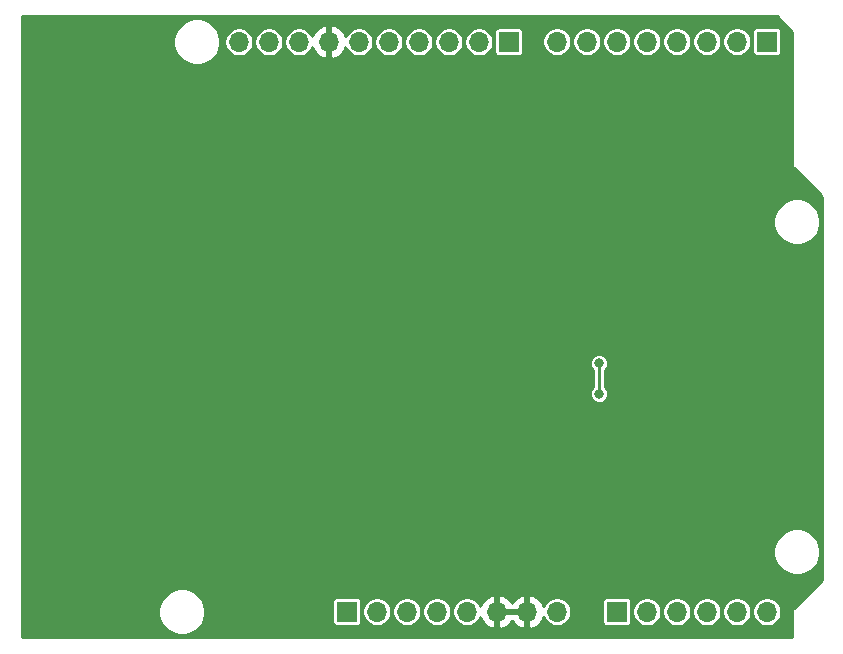
<source format=gbr>
%TF.GenerationSoftware,KiCad,Pcbnew,5.1.6-c6e7f7d~87~ubuntu19.10.1*%
%TF.CreationDate,2020-08-28T21:10:44+02:00*%
%TF.ProjectId,zephyr-ci-shield,7a657068-7972-42d6-9369-2d736869656c,1*%
%TF.SameCoordinates,Original*%
%TF.FileFunction,Copper,L2,Bot*%
%TF.FilePolarity,Positive*%
%FSLAX46Y46*%
G04 Gerber Fmt 4.6, Leading zero omitted, Abs format (unit mm)*
G04 Created by KiCad (PCBNEW 5.1.6-c6e7f7d~87~ubuntu19.10.1) date 2020-08-28 21:10:44*
%MOMM*%
%LPD*%
G01*
G04 APERTURE LIST*
%TA.AperFunction,ComponentPad*%
%ADD10O,1.700000X1.700000*%
%TD*%
%TA.AperFunction,ComponentPad*%
%ADD11R,1.700000X1.700000*%
%TD*%
%TA.AperFunction,ViaPad*%
%ADD12C,0.800000*%
%TD*%
%TA.AperFunction,Conductor*%
%ADD13C,0.250000*%
%TD*%
%TA.AperFunction,Conductor*%
%ADD14C,0.254000*%
%TD*%
G04 APERTURE END LIST*
D10*
%TO.P,J4,10*%
%TO.N,/SCL*%
X118700000Y-73030000D03*
%TO.P,J4,9*%
%TO.N,/SDA*%
X121240000Y-73030000D03*
%TO.P,J4,8*%
%TO.N,N/C*%
X123780000Y-73030000D03*
%TO.P,J4,7*%
%TO.N,GND*%
X126320000Y-73030000D03*
%TO.P,J4,6*%
%TO.N,/SCK*%
X128860000Y-73030000D03*
%TO.P,J4,5*%
%TO.N,/MISO*%
X131400000Y-73030000D03*
%TO.P,J4,4*%
%TO.N,/MOSI*%
X133940000Y-73030000D03*
%TO.P,J4,3*%
%TO.N,/NCS*%
X136480000Y-73030000D03*
%TO.P,J4,2*%
%TO.N,Net-(J4-Pad2)*%
X139020000Y-73030000D03*
D11*
%TO.P,J4,1*%
%TO.N,Net-(J4-Pad1)*%
X141560000Y-73030000D03*
%TD*%
D10*
%TO.P,J3,6*%
%TO.N,Net-(J3-Pad6)*%
X163400000Y-121280000D03*
%TO.P,J3,5*%
%TO.N,Net-(J3-Pad5)*%
X160860000Y-121280000D03*
%TO.P,J3,4*%
%TO.N,Net-(J3-Pad4)*%
X158320000Y-121280000D03*
%TO.P,J3,3*%
%TO.N,Net-(J3-Pad3)*%
X155780000Y-121280000D03*
%TO.P,J3,2*%
%TO.N,Net-(J3-Pad2)*%
X153240000Y-121280000D03*
D11*
%TO.P,J3,1*%
%TO.N,Net-(J3-Pad1)*%
X150700000Y-121280000D03*
%TD*%
D10*
%TO.P,J2,8*%
%TO.N,N/C*%
X145620000Y-121270000D03*
%TO.P,J2,7*%
%TO.N,GND*%
X143080000Y-121270000D03*
%TO.P,J2,6*%
X140540000Y-121270000D03*
%TO.P,J2,5*%
%TO.N,N/C*%
X138000000Y-121270000D03*
%TO.P,J2,4*%
%TO.N,+3V3*%
X135460000Y-121270000D03*
%TO.P,J2,3*%
%TO.N,Net-(J2-Pad3)*%
X132920000Y-121270000D03*
%TO.P,J2,2*%
%TO.N,N/C*%
X130380000Y-121270000D03*
D11*
%TO.P,J2,1*%
X127840000Y-121270000D03*
%TD*%
D10*
%TO.P,J5,8*%
%TO.N,Net-(J5-Pad8)*%
X145620000Y-73010000D03*
%TO.P,J5,7*%
%TO.N,Net-(J5-Pad7)*%
X148160000Y-73010000D03*
%TO.P,J5,6*%
%TO.N,Net-(J5-Pad6)*%
X150700000Y-73010000D03*
%TO.P,J5,5*%
%TO.N,Net-(J5-Pad5)*%
X153240000Y-73010000D03*
%TO.P,J5,4*%
%TO.N,Net-(J5-Pad4)*%
X155780000Y-73010000D03*
%TO.P,J5,3*%
%TO.N,Net-(J5-Pad3)*%
X158320000Y-73010000D03*
%TO.P,J5,2*%
%TO.N,N/C*%
X160860000Y-73010000D03*
D11*
%TO.P,J5,1*%
X163400000Y-73010000D03*
%TD*%
D12*
%TO.N,GND*%
X123890000Y-102900000D03*
X123900000Y-108330000D03*
X121350000Y-96170000D03*
X122180000Y-89970000D03*
X147140000Y-104690000D03*
X152610000Y-102430000D03*
X101874999Y-72062500D03*
X101874999Y-79062500D03*
X101874999Y-86062500D03*
X101874999Y-93062500D03*
X101874999Y-100062500D03*
X101874999Y-107062500D03*
X101874999Y-114062500D03*
X101874999Y-121062500D03*
X105874999Y-75062500D03*
X105874999Y-82062500D03*
X105874999Y-89062500D03*
X105874999Y-96062500D03*
X105874999Y-103062500D03*
X105874999Y-110062500D03*
X105874999Y-117062500D03*
X107874999Y-122062500D03*
X109874999Y-72062500D03*
X109874999Y-79062500D03*
X109874999Y-86062500D03*
X109874999Y-93062500D03*
X109874999Y-100062500D03*
X109874999Y-107062500D03*
X109874999Y-114062500D03*
X111874999Y-119062500D03*
X113874999Y-76062500D03*
X113874999Y-83062500D03*
X113874999Y-90062500D03*
X113874999Y-97062500D03*
X113874999Y-104062500D03*
X113874999Y-111062500D03*
X115874999Y-116062500D03*
X116874999Y-122062500D03*
X117874999Y-79062500D03*
X117874999Y-86062500D03*
X119874999Y-96062500D03*
X119874999Y-107062500D03*
X120874999Y-118062500D03*
X121874999Y-101062500D03*
X122874999Y-75062500D03*
X122874999Y-82062500D03*
X124874999Y-87062500D03*
X125874999Y-93062500D03*
X125874999Y-115062500D03*
X125874999Y-122062500D03*
X126874999Y-78062500D03*
X127874999Y-98062500D03*
X127874999Y-105062500D03*
X128874999Y-111062500D03*
X129874999Y-82062500D03*
X129874999Y-89062500D03*
X129874999Y-118062500D03*
X131874999Y-94062500D03*
X131874999Y-101062500D03*
X132874999Y-75062500D03*
X132874999Y-107062500D03*
X133874999Y-115062500D03*
X135874999Y-97062500D03*
X136874999Y-103062500D03*
X136874999Y-110062500D03*
X136874999Y-119062500D03*
X137874999Y-77062500D03*
X138874999Y-83062500D03*
X139874999Y-114062500D03*
X140874999Y-99062500D03*
X140874999Y-106062500D03*
X141874999Y-87062500D03*
X142874999Y-75062500D03*
X142874999Y-118062500D03*
X143874999Y-81062500D03*
X143874999Y-110062500D03*
X144874999Y-102062500D03*
X145874999Y-90062500D03*
X146874999Y-114062500D03*
X147874999Y-84062500D03*
X147874999Y-120062500D03*
X148874999Y-94062500D03*
X148874999Y-108062500D03*
X149874999Y-75062500D03*
X150874999Y-88062500D03*
X151874999Y-116062500D03*
X152874999Y-82062500D03*
X152874999Y-97062500D03*
X153874999Y-110062500D03*
X154874999Y-77062500D03*
X154874999Y-91062500D03*
X154874999Y-102062500D03*
X156874999Y-85062500D03*
X156874999Y-118062500D03*
X157874999Y-95062500D03*
X159874999Y-75062500D03*
X159874999Y-89062500D03*
X159874999Y-100062500D03*
X160874999Y-81062500D03*
X160874999Y-110062500D03*
X161874999Y-116062500D03*
X162874999Y-93062500D03*
X162874999Y-104062500D03*
X163874999Y-85062500D03*
X164874999Y-77062500D03*
X164874999Y-98062500D03*
X165874999Y-108062500D03*
X165874999Y-119062500D03*
%TO.N,/MISO*%
X149210000Y-102820000D03*
X149200000Y-100250000D03*
%TD*%
D13*
%TO.N,/MISO*%
X149210000Y-102820000D02*
X149210000Y-100260000D01*
X149210000Y-100260000D02*
X149200000Y-100250000D01*
%TD*%
D14*
%TO.N,GND*%
G36*
X165534001Y-72168171D02*
G01*
X165534000Y-83330059D01*
X165534000Y-83409630D01*
X165532038Y-83429123D01*
X165534000Y-83449494D01*
X165534000Y-83449940D01*
X165535938Y-83469621D01*
X165539705Y-83508729D01*
X165539832Y-83509150D01*
X165539875Y-83509589D01*
X165551396Y-83547571D01*
X165562756Y-83585310D01*
X165562962Y-83585697D01*
X165563090Y-83586120D01*
X165581833Y-83621186D01*
X165600304Y-83655922D01*
X165600581Y-83656261D01*
X165600790Y-83656652D01*
X165625990Y-83687358D01*
X165638228Y-83702336D01*
X165638535Y-83702644D01*
X165651526Y-83718474D01*
X165666681Y-83730911D01*
X167958545Y-86032655D01*
X167958815Y-86032984D01*
X167972216Y-86046385D01*
X167986367Y-86060597D01*
X167986714Y-86060883D01*
X168074001Y-86148170D01*
X168074000Y-118571829D01*
X165667023Y-120978808D01*
X165651526Y-120991526D01*
X165600790Y-121053347D01*
X165563090Y-121123879D01*
X165539875Y-121200410D01*
X165534000Y-121260059D01*
X165534000Y-121260067D01*
X165532037Y-121280000D01*
X165534000Y-121299933D01*
X165534000Y-121309940D01*
X165534001Y-121309950D01*
X165534000Y-123414000D01*
X100306000Y-123414000D01*
X100306000Y-121084889D01*
X111889000Y-121084889D01*
X111889000Y-121475111D01*
X111965129Y-121857836D01*
X112114461Y-122218355D01*
X112331257Y-122542814D01*
X112607186Y-122818743D01*
X112931645Y-123035539D01*
X113292164Y-123184871D01*
X113674889Y-123261000D01*
X114065111Y-123261000D01*
X114447836Y-123184871D01*
X114808355Y-123035539D01*
X115132814Y-122818743D01*
X115408743Y-122542814D01*
X115625539Y-122218355D01*
X115774871Y-121857836D01*
X115851000Y-121475111D01*
X115851000Y-121084889D01*
X115774871Y-120702164D01*
X115657995Y-120420000D01*
X126607157Y-120420000D01*
X126607157Y-122120000D01*
X126614513Y-122194689D01*
X126636299Y-122266508D01*
X126671678Y-122332696D01*
X126719289Y-122390711D01*
X126777304Y-122438322D01*
X126843492Y-122473701D01*
X126915311Y-122495487D01*
X126990000Y-122502843D01*
X128690000Y-122502843D01*
X128764689Y-122495487D01*
X128836508Y-122473701D01*
X128902696Y-122438322D01*
X128960711Y-122390711D01*
X129008322Y-122332696D01*
X129043701Y-122266508D01*
X129065487Y-122194689D01*
X129072843Y-122120000D01*
X129072843Y-121148757D01*
X129149000Y-121148757D01*
X129149000Y-121391243D01*
X129196307Y-121629069D01*
X129289102Y-121853097D01*
X129423820Y-122054717D01*
X129595283Y-122226180D01*
X129796903Y-122360898D01*
X130020931Y-122453693D01*
X130258757Y-122501000D01*
X130501243Y-122501000D01*
X130739069Y-122453693D01*
X130963097Y-122360898D01*
X131164717Y-122226180D01*
X131336180Y-122054717D01*
X131470898Y-121853097D01*
X131563693Y-121629069D01*
X131611000Y-121391243D01*
X131611000Y-121148757D01*
X131689000Y-121148757D01*
X131689000Y-121391243D01*
X131736307Y-121629069D01*
X131829102Y-121853097D01*
X131963820Y-122054717D01*
X132135283Y-122226180D01*
X132336903Y-122360898D01*
X132560931Y-122453693D01*
X132798757Y-122501000D01*
X133041243Y-122501000D01*
X133279069Y-122453693D01*
X133503097Y-122360898D01*
X133704717Y-122226180D01*
X133876180Y-122054717D01*
X134010898Y-121853097D01*
X134103693Y-121629069D01*
X134151000Y-121391243D01*
X134151000Y-121148757D01*
X134229000Y-121148757D01*
X134229000Y-121391243D01*
X134276307Y-121629069D01*
X134369102Y-121853097D01*
X134503820Y-122054717D01*
X134675283Y-122226180D01*
X134876903Y-122360898D01*
X135100931Y-122453693D01*
X135338757Y-122501000D01*
X135581243Y-122501000D01*
X135819069Y-122453693D01*
X136043097Y-122360898D01*
X136244717Y-122226180D01*
X136416180Y-122054717D01*
X136550898Y-121853097D01*
X136643693Y-121629069D01*
X136691000Y-121391243D01*
X136691000Y-121148757D01*
X136769000Y-121148757D01*
X136769000Y-121391243D01*
X136816307Y-121629069D01*
X136909102Y-121853097D01*
X137043820Y-122054717D01*
X137215283Y-122226180D01*
X137416903Y-122360898D01*
X137640931Y-122453693D01*
X137878757Y-122501000D01*
X138121243Y-122501000D01*
X138359069Y-122453693D01*
X138583097Y-122360898D01*
X138784717Y-122226180D01*
X138956180Y-122054717D01*
X139090898Y-121853097D01*
X139138228Y-121738832D01*
X139195843Y-121901252D01*
X139344822Y-122151355D01*
X139539731Y-122367588D01*
X139773080Y-122541641D01*
X140035901Y-122666825D01*
X140183110Y-122711476D01*
X140413000Y-122590155D01*
X140413000Y-121397000D01*
X140667000Y-121397000D01*
X140667000Y-122590155D01*
X140896890Y-122711476D01*
X141044099Y-122666825D01*
X141306920Y-122541641D01*
X141540269Y-122367588D01*
X141735178Y-122151355D01*
X141810000Y-122025745D01*
X141884822Y-122151355D01*
X142079731Y-122367588D01*
X142313080Y-122541641D01*
X142575901Y-122666825D01*
X142723110Y-122711476D01*
X142953000Y-122590155D01*
X142953000Y-121397000D01*
X140667000Y-121397000D01*
X140413000Y-121397000D01*
X140393000Y-121397000D01*
X140393000Y-121143000D01*
X140413000Y-121143000D01*
X140413000Y-119949845D01*
X140667000Y-119949845D01*
X140667000Y-121143000D01*
X142953000Y-121143000D01*
X142953000Y-119949845D01*
X143207000Y-119949845D01*
X143207000Y-121143000D01*
X143227000Y-121143000D01*
X143227000Y-121397000D01*
X143207000Y-121397000D01*
X143207000Y-122590155D01*
X143436890Y-122711476D01*
X143584099Y-122666825D01*
X143846920Y-122541641D01*
X144080269Y-122367588D01*
X144275178Y-122151355D01*
X144424157Y-121901252D01*
X144481772Y-121738832D01*
X144529102Y-121853097D01*
X144663820Y-122054717D01*
X144835283Y-122226180D01*
X145036903Y-122360898D01*
X145260931Y-122453693D01*
X145498757Y-122501000D01*
X145741243Y-122501000D01*
X145979069Y-122453693D01*
X146203097Y-122360898D01*
X146404717Y-122226180D01*
X146576180Y-122054717D01*
X146710898Y-121853097D01*
X146803693Y-121629069D01*
X146851000Y-121391243D01*
X146851000Y-121148757D01*
X146803693Y-120910931D01*
X146710898Y-120686903D01*
X146576180Y-120485283D01*
X146520897Y-120430000D01*
X149467157Y-120430000D01*
X149467157Y-122130000D01*
X149474513Y-122204689D01*
X149496299Y-122276508D01*
X149531678Y-122342696D01*
X149579289Y-122400711D01*
X149637304Y-122448322D01*
X149703492Y-122483701D01*
X149775311Y-122505487D01*
X149850000Y-122512843D01*
X151550000Y-122512843D01*
X151624689Y-122505487D01*
X151696508Y-122483701D01*
X151762696Y-122448322D01*
X151820711Y-122400711D01*
X151868322Y-122342696D01*
X151903701Y-122276508D01*
X151925487Y-122204689D01*
X151932843Y-122130000D01*
X151932843Y-121158757D01*
X152009000Y-121158757D01*
X152009000Y-121401243D01*
X152056307Y-121639069D01*
X152149102Y-121863097D01*
X152283820Y-122064717D01*
X152455283Y-122236180D01*
X152656903Y-122370898D01*
X152880931Y-122463693D01*
X153118757Y-122511000D01*
X153361243Y-122511000D01*
X153599069Y-122463693D01*
X153823097Y-122370898D01*
X154024717Y-122236180D01*
X154196180Y-122064717D01*
X154330898Y-121863097D01*
X154423693Y-121639069D01*
X154471000Y-121401243D01*
X154471000Y-121158757D01*
X154549000Y-121158757D01*
X154549000Y-121401243D01*
X154596307Y-121639069D01*
X154689102Y-121863097D01*
X154823820Y-122064717D01*
X154995283Y-122236180D01*
X155196903Y-122370898D01*
X155420931Y-122463693D01*
X155658757Y-122511000D01*
X155901243Y-122511000D01*
X156139069Y-122463693D01*
X156363097Y-122370898D01*
X156564717Y-122236180D01*
X156736180Y-122064717D01*
X156870898Y-121863097D01*
X156963693Y-121639069D01*
X157011000Y-121401243D01*
X157011000Y-121158757D01*
X157089000Y-121158757D01*
X157089000Y-121401243D01*
X157136307Y-121639069D01*
X157229102Y-121863097D01*
X157363820Y-122064717D01*
X157535283Y-122236180D01*
X157736903Y-122370898D01*
X157960931Y-122463693D01*
X158198757Y-122511000D01*
X158441243Y-122511000D01*
X158679069Y-122463693D01*
X158903097Y-122370898D01*
X159104717Y-122236180D01*
X159276180Y-122064717D01*
X159410898Y-121863097D01*
X159503693Y-121639069D01*
X159551000Y-121401243D01*
X159551000Y-121158757D01*
X159629000Y-121158757D01*
X159629000Y-121401243D01*
X159676307Y-121639069D01*
X159769102Y-121863097D01*
X159903820Y-122064717D01*
X160075283Y-122236180D01*
X160276903Y-122370898D01*
X160500931Y-122463693D01*
X160738757Y-122511000D01*
X160981243Y-122511000D01*
X161219069Y-122463693D01*
X161443097Y-122370898D01*
X161644717Y-122236180D01*
X161816180Y-122064717D01*
X161950898Y-121863097D01*
X162043693Y-121639069D01*
X162091000Y-121401243D01*
X162091000Y-121158757D01*
X162169000Y-121158757D01*
X162169000Y-121401243D01*
X162216307Y-121639069D01*
X162309102Y-121863097D01*
X162443820Y-122064717D01*
X162615283Y-122236180D01*
X162816903Y-122370898D01*
X163040931Y-122463693D01*
X163278757Y-122511000D01*
X163521243Y-122511000D01*
X163759069Y-122463693D01*
X163983097Y-122370898D01*
X164184717Y-122236180D01*
X164356180Y-122064717D01*
X164490898Y-121863097D01*
X164583693Y-121639069D01*
X164631000Y-121401243D01*
X164631000Y-121158757D01*
X164583693Y-120920931D01*
X164490898Y-120696903D01*
X164356180Y-120495283D01*
X164184717Y-120323820D01*
X163983097Y-120189102D01*
X163759069Y-120096307D01*
X163521243Y-120049000D01*
X163278757Y-120049000D01*
X163040931Y-120096307D01*
X162816903Y-120189102D01*
X162615283Y-120323820D01*
X162443820Y-120495283D01*
X162309102Y-120696903D01*
X162216307Y-120920931D01*
X162169000Y-121158757D01*
X162091000Y-121158757D01*
X162043693Y-120920931D01*
X161950898Y-120696903D01*
X161816180Y-120495283D01*
X161644717Y-120323820D01*
X161443097Y-120189102D01*
X161219069Y-120096307D01*
X160981243Y-120049000D01*
X160738757Y-120049000D01*
X160500931Y-120096307D01*
X160276903Y-120189102D01*
X160075283Y-120323820D01*
X159903820Y-120495283D01*
X159769102Y-120696903D01*
X159676307Y-120920931D01*
X159629000Y-121158757D01*
X159551000Y-121158757D01*
X159503693Y-120920931D01*
X159410898Y-120696903D01*
X159276180Y-120495283D01*
X159104717Y-120323820D01*
X158903097Y-120189102D01*
X158679069Y-120096307D01*
X158441243Y-120049000D01*
X158198757Y-120049000D01*
X157960931Y-120096307D01*
X157736903Y-120189102D01*
X157535283Y-120323820D01*
X157363820Y-120495283D01*
X157229102Y-120696903D01*
X157136307Y-120920931D01*
X157089000Y-121158757D01*
X157011000Y-121158757D01*
X156963693Y-120920931D01*
X156870898Y-120696903D01*
X156736180Y-120495283D01*
X156564717Y-120323820D01*
X156363097Y-120189102D01*
X156139069Y-120096307D01*
X155901243Y-120049000D01*
X155658757Y-120049000D01*
X155420931Y-120096307D01*
X155196903Y-120189102D01*
X154995283Y-120323820D01*
X154823820Y-120495283D01*
X154689102Y-120696903D01*
X154596307Y-120920931D01*
X154549000Y-121158757D01*
X154471000Y-121158757D01*
X154423693Y-120920931D01*
X154330898Y-120696903D01*
X154196180Y-120495283D01*
X154024717Y-120323820D01*
X153823097Y-120189102D01*
X153599069Y-120096307D01*
X153361243Y-120049000D01*
X153118757Y-120049000D01*
X152880931Y-120096307D01*
X152656903Y-120189102D01*
X152455283Y-120323820D01*
X152283820Y-120495283D01*
X152149102Y-120696903D01*
X152056307Y-120920931D01*
X152009000Y-121158757D01*
X151932843Y-121158757D01*
X151932843Y-120430000D01*
X151925487Y-120355311D01*
X151903701Y-120283492D01*
X151868322Y-120217304D01*
X151820711Y-120159289D01*
X151762696Y-120111678D01*
X151696508Y-120076299D01*
X151624689Y-120054513D01*
X151550000Y-120047157D01*
X149850000Y-120047157D01*
X149775311Y-120054513D01*
X149703492Y-120076299D01*
X149637304Y-120111678D01*
X149579289Y-120159289D01*
X149531678Y-120217304D01*
X149496299Y-120283492D01*
X149474513Y-120355311D01*
X149467157Y-120430000D01*
X146520897Y-120430000D01*
X146404717Y-120313820D01*
X146203097Y-120179102D01*
X145979069Y-120086307D01*
X145741243Y-120039000D01*
X145498757Y-120039000D01*
X145260931Y-120086307D01*
X145036903Y-120179102D01*
X144835283Y-120313820D01*
X144663820Y-120485283D01*
X144529102Y-120686903D01*
X144481772Y-120801168D01*
X144424157Y-120638748D01*
X144275178Y-120388645D01*
X144080269Y-120172412D01*
X143846920Y-119998359D01*
X143584099Y-119873175D01*
X143436890Y-119828524D01*
X143207000Y-119949845D01*
X142953000Y-119949845D01*
X142723110Y-119828524D01*
X142575901Y-119873175D01*
X142313080Y-119998359D01*
X142079731Y-120172412D01*
X141884822Y-120388645D01*
X141810000Y-120514255D01*
X141735178Y-120388645D01*
X141540269Y-120172412D01*
X141306920Y-119998359D01*
X141044099Y-119873175D01*
X140896890Y-119828524D01*
X140667000Y-119949845D01*
X140413000Y-119949845D01*
X140183110Y-119828524D01*
X140035901Y-119873175D01*
X139773080Y-119998359D01*
X139539731Y-120172412D01*
X139344822Y-120388645D01*
X139195843Y-120638748D01*
X139138228Y-120801168D01*
X139090898Y-120686903D01*
X138956180Y-120485283D01*
X138784717Y-120313820D01*
X138583097Y-120179102D01*
X138359069Y-120086307D01*
X138121243Y-120039000D01*
X137878757Y-120039000D01*
X137640931Y-120086307D01*
X137416903Y-120179102D01*
X137215283Y-120313820D01*
X137043820Y-120485283D01*
X136909102Y-120686903D01*
X136816307Y-120910931D01*
X136769000Y-121148757D01*
X136691000Y-121148757D01*
X136643693Y-120910931D01*
X136550898Y-120686903D01*
X136416180Y-120485283D01*
X136244717Y-120313820D01*
X136043097Y-120179102D01*
X135819069Y-120086307D01*
X135581243Y-120039000D01*
X135338757Y-120039000D01*
X135100931Y-120086307D01*
X134876903Y-120179102D01*
X134675283Y-120313820D01*
X134503820Y-120485283D01*
X134369102Y-120686903D01*
X134276307Y-120910931D01*
X134229000Y-121148757D01*
X134151000Y-121148757D01*
X134103693Y-120910931D01*
X134010898Y-120686903D01*
X133876180Y-120485283D01*
X133704717Y-120313820D01*
X133503097Y-120179102D01*
X133279069Y-120086307D01*
X133041243Y-120039000D01*
X132798757Y-120039000D01*
X132560931Y-120086307D01*
X132336903Y-120179102D01*
X132135283Y-120313820D01*
X131963820Y-120485283D01*
X131829102Y-120686903D01*
X131736307Y-120910931D01*
X131689000Y-121148757D01*
X131611000Y-121148757D01*
X131563693Y-120910931D01*
X131470898Y-120686903D01*
X131336180Y-120485283D01*
X131164717Y-120313820D01*
X130963097Y-120179102D01*
X130739069Y-120086307D01*
X130501243Y-120039000D01*
X130258757Y-120039000D01*
X130020931Y-120086307D01*
X129796903Y-120179102D01*
X129595283Y-120313820D01*
X129423820Y-120485283D01*
X129289102Y-120686903D01*
X129196307Y-120910931D01*
X129149000Y-121148757D01*
X129072843Y-121148757D01*
X129072843Y-120420000D01*
X129065487Y-120345311D01*
X129043701Y-120273492D01*
X129008322Y-120207304D01*
X128960711Y-120149289D01*
X128902696Y-120101678D01*
X128836508Y-120066299D01*
X128764689Y-120044513D01*
X128690000Y-120037157D01*
X126990000Y-120037157D01*
X126915311Y-120044513D01*
X126843492Y-120066299D01*
X126777304Y-120101678D01*
X126719289Y-120149289D01*
X126671678Y-120207304D01*
X126636299Y-120273492D01*
X126614513Y-120345311D01*
X126607157Y-120420000D01*
X115657995Y-120420000D01*
X115625539Y-120341645D01*
X115408743Y-120017186D01*
X115132814Y-119741257D01*
X114808355Y-119524461D01*
X114447836Y-119375129D01*
X114065111Y-119299000D01*
X113674889Y-119299000D01*
X113292164Y-119375129D01*
X112931645Y-119524461D01*
X112607186Y-119741257D01*
X112331257Y-120017186D01*
X112114461Y-120341645D01*
X111965129Y-120702164D01*
X111889000Y-121084889D01*
X100306000Y-121084889D01*
X100306000Y-116004889D01*
X163959000Y-116004889D01*
X163959000Y-116395111D01*
X164035129Y-116777836D01*
X164184461Y-117138355D01*
X164401257Y-117462814D01*
X164677186Y-117738743D01*
X165001645Y-117955539D01*
X165362164Y-118104871D01*
X165744889Y-118181000D01*
X166135111Y-118181000D01*
X166517836Y-118104871D01*
X166878355Y-117955539D01*
X167202814Y-117738743D01*
X167478743Y-117462814D01*
X167695539Y-117138355D01*
X167844871Y-116777836D01*
X167921000Y-116395111D01*
X167921000Y-116004889D01*
X167844871Y-115622164D01*
X167695539Y-115261645D01*
X167478743Y-114937186D01*
X167202814Y-114661257D01*
X166878355Y-114444461D01*
X166517836Y-114295129D01*
X166135111Y-114219000D01*
X165744889Y-114219000D01*
X165362164Y-114295129D01*
X165001645Y-114444461D01*
X164677186Y-114661257D01*
X164401257Y-114937186D01*
X164184461Y-115261645D01*
X164035129Y-115622164D01*
X163959000Y-116004889D01*
X100306000Y-116004889D01*
X100306000Y-100173078D01*
X148419000Y-100173078D01*
X148419000Y-100326922D01*
X148449013Y-100477809D01*
X148507887Y-100619942D01*
X148593358Y-100747859D01*
X148702141Y-100856642D01*
X148704001Y-100857885D01*
X148704000Y-102221499D01*
X148603358Y-102322141D01*
X148517887Y-102450058D01*
X148459013Y-102592191D01*
X148429000Y-102743078D01*
X148429000Y-102896922D01*
X148459013Y-103047809D01*
X148517887Y-103189942D01*
X148603358Y-103317859D01*
X148712141Y-103426642D01*
X148840058Y-103512113D01*
X148982191Y-103570987D01*
X149133078Y-103601000D01*
X149286922Y-103601000D01*
X149437809Y-103570987D01*
X149579942Y-103512113D01*
X149707859Y-103426642D01*
X149816642Y-103317859D01*
X149902113Y-103189942D01*
X149960987Y-103047809D01*
X149991000Y-102896922D01*
X149991000Y-102743078D01*
X149960987Y-102592191D01*
X149902113Y-102450058D01*
X149816642Y-102322141D01*
X149716000Y-102221499D01*
X149716000Y-100838501D01*
X149806642Y-100747859D01*
X149892113Y-100619942D01*
X149950987Y-100477809D01*
X149981000Y-100326922D01*
X149981000Y-100173078D01*
X149950987Y-100022191D01*
X149892113Y-99880058D01*
X149806642Y-99752141D01*
X149697859Y-99643358D01*
X149569942Y-99557887D01*
X149427809Y-99499013D01*
X149276922Y-99469000D01*
X149123078Y-99469000D01*
X148972191Y-99499013D01*
X148830058Y-99557887D01*
X148702141Y-99643358D01*
X148593358Y-99752141D01*
X148507887Y-99880058D01*
X148449013Y-100022191D01*
X148419000Y-100173078D01*
X100306000Y-100173078D01*
X100306000Y-88064889D01*
X163959000Y-88064889D01*
X163959000Y-88455111D01*
X164035129Y-88837836D01*
X164184461Y-89198355D01*
X164401257Y-89522814D01*
X164677186Y-89798743D01*
X165001645Y-90015539D01*
X165362164Y-90164871D01*
X165744889Y-90241000D01*
X166135111Y-90241000D01*
X166517836Y-90164871D01*
X166878355Y-90015539D01*
X167202814Y-89798743D01*
X167478743Y-89522814D01*
X167695539Y-89198355D01*
X167844871Y-88837836D01*
X167921000Y-88455111D01*
X167921000Y-88064889D01*
X167844871Y-87682164D01*
X167695539Y-87321645D01*
X167478743Y-86997186D01*
X167202814Y-86721257D01*
X166878355Y-86504461D01*
X166517836Y-86355129D01*
X166135111Y-86279000D01*
X165744889Y-86279000D01*
X165362164Y-86355129D01*
X165001645Y-86504461D01*
X164677186Y-86721257D01*
X164401257Y-86997186D01*
X164184461Y-87321645D01*
X164035129Y-87682164D01*
X163959000Y-88064889D01*
X100306000Y-88064889D01*
X100306000Y-72824889D01*
X113159000Y-72824889D01*
X113159000Y-73215111D01*
X113235129Y-73597836D01*
X113384461Y-73958355D01*
X113601257Y-74282814D01*
X113877186Y-74558743D01*
X114201645Y-74775539D01*
X114562164Y-74924871D01*
X114944889Y-75001000D01*
X115335111Y-75001000D01*
X115717836Y-74924871D01*
X116078355Y-74775539D01*
X116402814Y-74558743D01*
X116678743Y-74282814D01*
X116895539Y-73958355D01*
X117044871Y-73597836D01*
X117121000Y-73215111D01*
X117121000Y-72908757D01*
X117469000Y-72908757D01*
X117469000Y-73151243D01*
X117516307Y-73389069D01*
X117609102Y-73613097D01*
X117743820Y-73814717D01*
X117915283Y-73986180D01*
X118116903Y-74120898D01*
X118340931Y-74213693D01*
X118578757Y-74261000D01*
X118821243Y-74261000D01*
X119059069Y-74213693D01*
X119283097Y-74120898D01*
X119484717Y-73986180D01*
X119656180Y-73814717D01*
X119790898Y-73613097D01*
X119883693Y-73389069D01*
X119931000Y-73151243D01*
X119931000Y-72908757D01*
X120009000Y-72908757D01*
X120009000Y-73151243D01*
X120056307Y-73389069D01*
X120149102Y-73613097D01*
X120283820Y-73814717D01*
X120455283Y-73986180D01*
X120656903Y-74120898D01*
X120880931Y-74213693D01*
X121118757Y-74261000D01*
X121361243Y-74261000D01*
X121599069Y-74213693D01*
X121823097Y-74120898D01*
X122024717Y-73986180D01*
X122196180Y-73814717D01*
X122330898Y-73613097D01*
X122423693Y-73389069D01*
X122471000Y-73151243D01*
X122471000Y-72908757D01*
X122549000Y-72908757D01*
X122549000Y-73151243D01*
X122596307Y-73389069D01*
X122689102Y-73613097D01*
X122823820Y-73814717D01*
X122995283Y-73986180D01*
X123196903Y-74120898D01*
X123420931Y-74213693D01*
X123658757Y-74261000D01*
X123901243Y-74261000D01*
X124139069Y-74213693D01*
X124363097Y-74120898D01*
X124564717Y-73986180D01*
X124736180Y-73814717D01*
X124870898Y-73613097D01*
X124918228Y-73498832D01*
X124975843Y-73661252D01*
X125124822Y-73911355D01*
X125319731Y-74127588D01*
X125553080Y-74301641D01*
X125815901Y-74426825D01*
X125963110Y-74471476D01*
X126193000Y-74350155D01*
X126193000Y-73157000D01*
X126173000Y-73157000D01*
X126173000Y-72903000D01*
X126193000Y-72903000D01*
X126193000Y-71709845D01*
X126447000Y-71709845D01*
X126447000Y-72903000D01*
X126467000Y-72903000D01*
X126467000Y-73157000D01*
X126447000Y-73157000D01*
X126447000Y-74350155D01*
X126676890Y-74471476D01*
X126824099Y-74426825D01*
X127086920Y-74301641D01*
X127320269Y-74127588D01*
X127515178Y-73911355D01*
X127664157Y-73661252D01*
X127721772Y-73498832D01*
X127769102Y-73613097D01*
X127903820Y-73814717D01*
X128075283Y-73986180D01*
X128276903Y-74120898D01*
X128500931Y-74213693D01*
X128738757Y-74261000D01*
X128981243Y-74261000D01*
X129219069Y-74213693D01*
X129443097Y-74120898D01*
X129644717Y-73986180D01*
X129816180Y-73814717D01*
X129950898Y-73613097D01*
X130043693Y-73389069D01*
X130091000Y-73151243D01*
X130091000Y-72908757D01*
X130169000Y-72908757D01*
X130169000Y-73151243D01*
X130216307Y-73389069D01*
X130309102Y-73613097D01*
X130443820Y-73814717D01*
X130615283Y-73986180D01*
X130816903Y-74120898D01*
X131040931Y-74213693D01*
X131278757Y-74261000D01*
X131521243Y-74261000D01*
X131759069Y-74213693D01*
X131983097Y-74120898D01*
X132184717Y-73986180D01*
X132356180Y-73814717D01*
X132490898Y-73613097D01*
X132583693Y-73389069D01*
X132631000Y-73151243D01*
X132631000Y-72908757D01*
X132709000Y-72908757D01*
X132709000Y-73151243D01*
X132756307Y-73389069D01*
X132849102Y-73613097D01*
X132983820Y-73814717D01*
X133155283Y-73986180D01*
X133356903Y-74120898D01*
X133580931Y-74213693D01*
X133818757Y-74261000D01*
X134061243Y-74261000D01*
X134299069Y-74213693D01*
X134523097Y-74120898D01*
X134724717Y-73986180D01*
X134896180Y-73814717D01*
X135030898Y-73613097D01*
X135123693Y-73389069D01*
X135171000Y-73151243D01*
X135171000Y-72908757D01*
X135249000Y-72908757D01*
X135249000Y-73151243D01*
X135296307Y-73389069D01*
X135389102Y-73613097D01*
X135523820Y-73814717D01*
X135695283Y-73986180D01*
X135896903Y-74120898D01*
X136120931Y-74213693D01*
X136358757Y-74261000D01*
X136601243Y-74261000D01*
X136839069Y-74213693D01*
X137063097Y-74120898D01*
X137264717Y-73986180D01*
X137436180Y-73814717D01*
X137570898Y-73613097D01*
X137663693Y-73389069D01*
X137711000Y-73151243D01*
X137711000Y-72908757D01*
X137789000Y-72908757D01*
X137789000Y-73151243D01*
X137836307Y-73389069D01*
X137929102Y-73613097D01*
X138063820Y-73814717D01*
X138235283Y-73986180D01*
X138436903Y-74120898D01*
X138660931Y-74213693D01*
X138898757Y-74261000D01*
X139141243Y-74261000D01*
X139379069Y-74213693D01*
X139603097Y-74120898D01*
X139804717Y-73986180D01*
X139976180Y-73814717D01*
X140110898Y-73613097D01*
X140203693Y-73389069D01*
X140251000Y-73151243D01*
X140251000Y-72908757D01*
X140203693Y-72670931D01*
X140110898Y-72446903D01*
X139976180Y-72245283D01*
X139910897Y-72180000D01*
X140327157Y-72180000D01*
X140327157Y-73880000D01*
X140334513Y-73954689D01*
X140356299Y-74026508D01*
X140391678Y-74092696D01*
X140439289Y-74150711D01*
X140497304Y-74198322D01*
X140563492Y-74233701D01*
X140635311Y-74255487D01*
X140710000Y-74262843D01*
X142410000Y-74262843D01*
X142484689Y-74255487D01*
X142556508Y-74233701D01*
X142622696Y-74198322D01*
X142680711Y-74150711D01*
X142728322Y-74092696D01*
X142763701Y-74026508D01*
X142785487Y-73954689D01*
X142792843Y-73880000D01*
X142792843Y-72888757D01*
X144389000Y-72888757D01*
X144389000Y-73131243D01*
X144436307Y-73369069D01*
X144529102Y-73593097D01*
X144663820Y-73794717D01*
X144835283Y-73966180D01*
X145036903Y-74100898D01*
X145260931Y-74193693D01*
X145498757Y-74241000D01*
X145741243Y-74241000D01*
X145979069Y-74193693D01*
X146203097Y-74100898D01*
X146404717Y-73966180D01*
X146576180Y-73794717D01*
X146710898Y-73593097D01*
X146803693Y-73369069D01*
X146851000Y-73131243D01*
X146851000Y-72888757D01*
X146929000Y-72888757D01*
X146929000Y-73131243D01*
X146976307Y-73369069D01*
X147069102Y-73593097D01*
X147203820Y-73794717D01*
X147375283Y-73966180D01*
X147576903Y-74100898D01*
X147800931Y-74193693D01*
X148038757Y-74241000D01*
X148281243Y-74241000D01*
X148519069Y-74193693D01*
X148743097Y-74100898D01*
X148944717Y-73966180D01*
X149116180Y-73794717D01*
X149250898Y-73593097D01*
X149343693Y-73369069D01*
X149391000Y-73131243D01*
X149391000Y-72888757D01*
X149469000Y-72888757D01*
X149469000Y-73131243D01*
X149516307Y-73369069D01*
X149609102Y-73593097D01*
X149743820Y-73794717D01*
X149915283Y-73966180D01*
X150116903Y-74100898D01*
X150340931Y-74193693D01*
X150578757Y-74241000D01*
X150821243Y-74241000D01*
X151059069Y-74193693D01*
X151283097Y-74100898D01*
X151484717Y-73966180D01*
X151656180Y-73794717D01*
X151790898Y-73593097D01*
X151883693Y-73369069D01*
X151931000Y-73131243D01*
X151931000Y-72888757D01*
X152009000Y-72888757D01*
X152009000Y-73131243D01*
X152056307Y-73369069D01*
X152149102Y-73593097D01*
X152283820Y-73794717D01*
X152455283Y-73966180D01*
X152656903Y-74100898D01*
X152880931Y-74193693D01*
X153118757Y-74241000D01*
X153361243Y-74241000D01*
X153599069Y-74193693D01*
X153823097Y-74100898D01*
X154024717Y-73966180D01*
X154196180Y-73794717D01*
X154330898Y-73593097D01*
X154423693Y-73369069D01*
X154471000Y-73131243D01*
X154471000Y-72888757D01*
X154549000Y-72888757D01*
X154549000Y-73131243D01*
X154596307Y-73369069D01*
X154689102Y-73593097D01*
X154823820Y-73794717D01*
X154995283Y-73966180D01*
X155196903Y-74100898D01*
X155420931Y-74193693D01*
X155658757Y-74241000D01*
X155901243Y-74241000D01*
X156139069Y-74193693D01*
X156363097Y-74100898D01*
X156564717Y-73966180D01*
X156736180Y-73794717D01*
X156870898Y-73593097D01*
X156963693Y-73369069D01*
X157011000Y-73131243D01*
X157011000Y-72888757D01*
X157089000Y-72888757D01*
X157089000Y-73131243D01*
X157136307Y-73369069D01*
X157229102Y-73593097D01*
X157363820Y-73794717D01*
X157535283Y-73966180D01*
X157736903Y-74100898D01*
X157960931Y-74193693D01*
X158198757Y-74241000D01*
X158441243Y-74241000D01*
X158679069Y-74193693D01*
X158903097Y-74100898D01*
X159104717Y-73966180D01*
X159276180Y-73794717D01*
X159410898Y-73593097D01*
X159503693Y-73369069D01*
X159551000Y-73131243D01*
X159551000Y-72888757D01*
X159629000Y-72888757D01*
X159629000Y-73131243D01*
X159676307Y-73369069D01*
X159769102Y-73593097D01*
X159903820Y-73794717D01*
X160075283Y-73966180D01*
X160276903Y-74100898D01*
X160500931Y-74193693D01*
X160738757Y-74241000D01*
X160981243Y-74241000D01*
X161219069Y-74193693D01*
X161443097Y-74100898D01*
X161644717Y-73966180D01*
X161816180Y-73794717D01*
X161950898Y-73593097D01*
X162043693Y-73369069D01*
X162091000Y-73131243D01*
X162091000Y-72888757D01*
X162043693Y-72650931D01*
X161950898Y-72426903D01*
X161816180Y-72225283D01*
X161750897Y-72160000D01*
X162167157Y-72160000D01*
X162167157Y-73860000D01*
X162174513Y-73934689D01*
X162196299Y-74006508D01*
X162231678Y-74072696D01*
X162279289Y-74130711D01*
X162337304Y-74178322D01*
X162403492Y-74213701D01*
X162475311Y-74235487D01*
X162550000Y-74242843D01*
X164250000Y-74242843D01*
X164324689Y-74235487D01*
X164396508Y-74213701D01*
X164462696Y-74178322D01*
X164520711Y-74130711D01*
X164568322Y-74072696D01*
X164603701Y-74006508D01*
X164625487Y-73934689D01*
X164632843Y-73860000D01*
X164632843Y-72160000D01*
X164625487Y-72085311D01*
X164603701Y-72013492D01*
X164568322Y-71947304D01*
X164520711Y-71889289D01*
X164462696Y-71841678D01*
X164396508Y-71806299D01*
X164324689Y-71784513D01*
X164250000Y-71777157D01*
X162550000Y-71777157D01*
X162475311Y-71784513D01*
X162403492Y-71806299D01*
X162337304Y-71841678D01*
X162279289Y-71889289D01*
X162231678Y-71947304D01*
X162196299Y-72013492D01*
X162174513Y-72085311D01*
X162167157Y-72160000D01*
X161750897Y-72160000D01*
X161644717Y-72053820D01*
X161443097Y-71919102D01*
X161219069Y-71826307D01*
X160981243Y-71779000D01*
X160738757Y-71779000D01*
X160500931Y-71826307D01*
X160276903Y-71919102D01*
X160075283Y-72053820D01*
X159903820Y-72225283D01*
X159769102Y-72426903D01*
X159676307Y-72650931D01*
X159629000Y-72888757D01*
X159551000Y-72888757D01*
X159503693Y-72650931D01*
X159410898Y-72426903D01*
X159276180Y-72225283D01*
X159104717Y-72053820D01*
X158903097Y-71919102D01*
X158679069Y-71826307D01*
X158441243Y-71779000D01*
X158198757Y-71779000D01*
X157960931Y-71826307D01*
X157736903Y-71919102D01*
X157535283Y-72053820D01*
X157363820Y-72225283D01*
X157229102Y-72426903D01*
X157136307Y-72650931D01*
X157089000Y-72888757D01*
X157011000Y-72888757D01*
X156963693Y-72650931D01*
X156870898Y-72426903D01*
X156736180Y-72225283D01*
X156564717Y-72053820D01*
X156363097Y-71919102D01*
X156139069Y-71826307D01*
X155901243Y-71779000D01*
X155658757Y-71779000D01*
X155420931Y-71826307D01*
X155196903Y-71919102D01*
X154995283Y-72053820D01*
X154823820Y-72225283D01*
X154689102Y-72426903D01*
X154596307Y-72650931D01*
X154549000Y-72888757D01*
X154471000Y-72888757D01*
X154423693Y-72650931D01*
X154330898Y-72426903D01*
X154196180Y-72225283D01*
X154024717Y-72053820D01*
X153823097Y-71919102D01*
X153599069Y-71826307D01*
X153361243Y-71779000D01*
X153118757Y-71779000D01*
X152880931Y-71826307D01*
X152656903Y-71919102D01*
X152455283Y-72053820D01*
X152283820Y-72225283D01*
X152149102Y-72426903D01*
X152056307Y-72650931D01*
X152009000Y-72888757D01*
X151931000Y-72888757D01*
X151883693Y-72650931D01*
X151790898Y-72426903D01*
X151656180Y-72225283D01*
X151484717Y-72053820D01*
X151283097Y-71919102D01*
X151059069Y-71826307D01*
X150821243Y-71779000D01*
X150578757Y-71779000D01*
X150340931Y-71826307D01*
X150116903Y-71919102D01*
X149915283Y-72053820D01*
X149743820Y-72225283D01*
X149609102Y-72426903D01*
X149516307Y-72650931D01*
X149469000Y-72888757D01*
X149391000Y-72888757D01*
X149343693Y-72650931D01*
X149250898Y-72426903D01*
X149116180Y-72225283D01*
X148944717Y-72053820D01*
X148743097Y-71919102D01*
X148519069Y-71826307D01*
X148281243Y-71779000D01*
X148038757Y-71779000D01*
X147800931Y-71826307D01*
X147576903Y-71919102D01*
X147375283Y-72053820D01*
X147203820Y-72225283D01*
X147069102Y-72426903D01*
X146976307Y-72650931D01*
X146929000Y-72888757D01*
X146851000Y-72888757D01*
X146803693Y-72650931D01*
X146710898Y-72426903D01*
X146576180Y-72225283D01*
X146404717Y-72053820D01*
X146203097Y-71919102D01*
X145979069Y-71826307D01*
X145741243Y-71779000D01*
X145498757Y-71779000D01*
X145260931Y-71826307D01*
X145036903Y-71919102D01*
X144835283Y-72053820D01*
X144663820Y-72225283D01*
X144529102Y-72426903D01*
X144436307Y-72650931D01*
X144389000Y-72888757D01*
X142792843Y-72888757D01*
X142792843Y-72180000D01*
X142785487Y-72105311D01*
X142763701Y-72033492D01*
X142728322Y-71967304D01*
X142680711Y-71909289D01*
X142622696Y-71861678D01*
X142556508Y-71826299D01*
X142484689Y-71804513D01*
X142410000Y-71797157D01*
X140710000Y-71797157D01*
X140635311Y-71804513D01*
X140563492Y-71826299D01*
X140497304Y-71861678D01*
X140439289Y-71909289D01*
X140391678Y-71967304D01*
X140356299Y-72033492D01*
X140334513Y-72105311D01*
X140327157Y-72180000D01*
X139910897Y-72180000D01*
X139804717Y-72073820D01*
X139603097Y-71939102D01*
X139379069Y-71846307D01*
X139141243Y-71799000D01*
X138898757Y-71799000D01*
X138660931Y-71846307D01*
X138436903Y-71939102D01*
X138235283Y-72073820D01*
X138063820Y-72245283D01*
X137929102Y-72446903D01*
X137836307Y-72670931D01*
X137789000Y-72908757D01*
X137711000Y-72908757D01*
X137663693Y-72670931D01*
X137570898Y-72446903D01*
X137436180Y-72245283D01*
X137264717Y-72073820D01*
X137063097Y-71939102D01*
X136839069Y-71846307D01*
X136601243Y-71799000D01*
X136358757Y-71799000D01*
X136120931Y-71846307D01*
X135896903Y-71939102D01*
X135695283Y-72073820D01*
X135523820Y-72245283D01*
X135389102Y-72446903D01*
X135296307Y-72670931D01*
X135249000Y-72908757D01*
X135171000Y-72908757D01*
X135123693Y-72670931D01*
X135030898Y-72446903D01*
X134896180Y-72245283D01*
X134724717Y-72073820D01*
X134523097Y-71939102D01*
X134299069Y-71846307D01*
X134061243Y-71799000D01*
X133818757Y-71799000D01*
X133580931Y-71846307D01*
X133356903Y-71939102D01*
X133155283Y-72073820D01*
X132983820Y-72245283D01*
X132849102Y-72446903D01*
X132756307Y-72670931D01*
X132709000Y-72908757D01*
X132631000Y-72908757D01*
X132583693Y-72670931D01*
X132490898Y-72446903D01*
X132356180Y-72245283D01*
X132184717Y-72073820D01*
X131983097Y-71939102D01*
X131759069Y-71846307D01*
X131521243Y-71799000D01*
X131278757Y-71799000D01*
X131040931Y-71846307D01*
X130816903Y-71939102D01*
X130615283Y-72073820D01*
X130443820Y-72245283D01*
X130309102Y-72446903D01*
X130216307Y-72670931D01*
X130169000Y-72908757D01*
X130091000Y-72908757D01*
X130043693Y-72670931D01*
X129950898Y-72446903D01*
X129816180Y-72245283D01*
X129644717Y-72073820D01*
X129443097Y-71939102D01*
X129219069Y-71846307D01*
X128981243Y-71799000D01*
X128738757Y-71799000D01*
X128500931Y-71846307D01*
X128276903Y-71939102D01*
X128075283Y-72073820D01*
X127903820Y-72245283D01*
X127769102Y-72446903D01*
X127721772Y-72561168D01*
X127664157Y-72398748D01*
X127515178Y-72148645D01*
X127320269Y-71932412D01*
X127086920Y-71758359D01*
X126824099Y-71633175D01*
X126676890Y-71588524D01*
X126447000Y-71709845D01*
X126193000Y-71709845D01*
X125963110Y-71588524D01*
X125815901Y-71633175D01*
X125553080Y-71758359D01*
X125319731Y-71932412D01*
X125124822Y-72148645D01*
X124975843Y-72398748D01*
X124918228Y-72561168D01*
X124870898Y-72446903D01*
X124736180Y-72245283D01*
X124564717Y-72073820D01*
X124363097Y-71939102D01*
X124139069Y-71846307D01*
X123901243Y-71799000D01*
X123658757Y-71799000D01*
X123420931Y-71846307D01*
X123196903Y-71939102D01*
X122995283Y-72073820D01*
X122823820Y-72245283D01*
X122689102Y-72446903D01*
X122596307Y-72670931D01*
X122549000Y-72908757D01*
X122471000Y-72908757D01*
X122423693Y-72670931D01*
X122330898Y-72446903D01*
X122196180Y-72245283D01*
X122024717Y-72073820D01*
X121823097Y-71939102D01*
X121599069Y-71846307D01*
X121361243Y-71799000D01*
X121118757Y-71799000D01*
X120880931Y-71846307D01*
X120656903Y-71939102D01*
X120455283Y-72073820D01*
X120283820Y-72245283D01*
X120149102Y-72446903D01*
X120056307Y-72670931D01*
X120009000Y-72908757D01*
X119931000Y-72908757D01*
X119883693Y-72670931D01*
X119790898Y-72446903D01*
X119656180Y-72245283D01*
X119484717Y-72073820D01*
X119283097Y-71939102D01*
X119059069Y-71846307D01*
X118821243Y-71799000D01*
X118578757Y-71799000D01*
X118340931Y-71846307D01*
X118116903Y-71939102D01*
X117915283Y-72073820D01*
X117743820Y-72245283D01*
X117609102Y-72446903D01*
X117516307Y-72670931D01*
X117469000Y-72908757D01*
X117121000Y-72908757D01*
X117121000Y-72824889D01*
X117044871Y-72442164D01*
X116895539Y-72081645D01*
X116678743Y-71757186D01*
X116402814Y-71481257D01*
X116078355Y-71264461D01*
X115717836Y-71115129D01*
X115335111Y-71039000D01*
X114944889Y-71039000D01*
X114562164Y-71115129D01*
X114201645Y-71264461D01*
X113877186Y-71481257D01*
X113601257Y-71757186D01*
X113384461Y-72081645D01*
X113235129Y-72442164D01*
X113159000Y-72824889D01*
X100306000Y-72824889D01*
X100306000Y-70886000D01*
X164251831Y-70886000D01*
X165534001Y-72168171D01*
G37*
X165534001Y-72168171D02*
X165534000Y-83330059D01*
X165534000Y-83409630D01*
X165532038Y-83429123D01*
X165534000Y-83449494D01*
X165534000Y-83449940D01*
X165535938Y-83469621D01*
X165539705Y-83508729D01*
X165539832Y-83509150D01*
X165539875Y-83509589D01*
X165551396Y-83547571D01*
X165562756Y-83585310D01*
X165562962Y-83585697D01*
X165563090Y-83586120D01*
X165581833Y-83621186D01*
X165600304Y-83655922D01*
X165600581Y-83656261D01*
X165600790Y-83656652D01*
X165625990Y-83687358D01*
X165638228Y-83702336D01*
X165638535Y-83702644D01*
X165651526Y-83718474D01*
X165666681Y-83730911D01*
X167958545Y-86032655D01*
X167958815Y-86032984D01*
X167972216Y-86046385D01*
X167986367Y-86060597D01*
X167986714Y-86060883D01*
X168074001Y-86148170D01*
X168074000Y-118571829D01*
X165667023Y-120978808D01*
X165651526Y-120991526D01*
X165600790Y-121053347D01*
X165563090Y-121123879D01*
X165539875Y-121200410D01*
X165534000Y-121260059D01*
X165534000Y-121260067D01*
X165532037Y-121280000D01*
X165534000Y-121299933D01*
X165534000Y-121309940D01*
X165534001Y-121309950D01*
X165534000Y-123414000D01*
X100306000Y-123414000D01*
X100306000Y-121084889D01*
X111889000Y-121084889D01*
X111889000Y-121475111D01*
X111965129Y-121857836D01*
X112114461Y-122218355D01*
X112331257Y-122542814D01*
X112607186Y-122818743D01*
X112931645Y-123035539D01*
X113292164Y-123184871D01*
X113674889Y-123261000D01*
X114065111Y-123261000D01*
X114447836Y-123184871D01*
X114808355Y-123035539D01*
X115132814Y-122818743D01*
X115408743Y-122542814D01*
X115625539Y-122218355D01*
X115774871Y-121857836D01*
X115851000Y-121475111D01*
X115851000Y-121084889D01*
X115774871Y-120702164D01*
X115657995Y-120420000D01*
X126607157Y-120420000D01*
X126607157Y-122120000D01*
X126614513Y-122194689D01*
X126636299Y-122266508D01*
X126671678Y-122332696D01*
X126719289Y-122390711D01*
X126777304Y-122438322D01*
X126843492Y-122473701D01*
X126915311Y-122495487D01*
X126990000Y-122502843D01*
X128690000Y-122502843D01*
X128764689Y-122495487D01*
X128836508Y-122473701D01*
X128902696Y-122438322D01*
X128960711Y-122390711D01*
X129008322Y-122332696D01*
X129043701Y-122266508D01*
X129065487Y-122194689D01*
X129072843Y-122120000D01*
X129072843Y-121148757D01*
X129149000Y-121148757D01*
X129149000Y-121391243D01*
X129196307Y-121629069D01*
X129289102Y-121853097D01*
X129423820Y-122054717D01*
X129595283Y-122226180D01*
X129796903Y-122360898D01*
X130020931Y-122453693D01*
X130258757Y-122501000D01*
X130501243Y-122501000D01*
X130739069Y-122453693D01*
X130963097Y-122360898D01*
X131164717Y-122226180D01*
X131336180Y-122054717D01*
X131470898Y-121853097D01*
X131563693Y-121629069D01*
X131611000Y-121391243D01*
X131611000Y-121148757D01*
X131689000Y-121148757D01*
X131689000Y-121391243D01*
X131736307Y-121629069D01*
X131829102Y-121853097D01*
X131963820Y-122054717D01*
X132135283Y-122226180D01*
X132336903Y-122360898D01*
X132560931Y-122453693D01*
X132798757Y-122501000D01*
X133041243Y-122501000D01*
X133279069Y-122453693D01*
X133503097Y-122360898D01*
X133704717Y-122226180D01*
X133876180Y-122054717D01*
X134010898Y-121853097D01*
X134103693Y-121629069D01*
X134151000Y-121391243D01*
X134151000Y-121148757D01*
X134229000Y-121148757D01*
X134229000Y-121391243D01*
X134276307Y-121629069D01*
X134369102Y-121853097D01*
X134503820Y-122054717D01*
X134675283Y-122226180D01*
X134876903Y-122360898D01*
X135100931Y-122453693D01*
X135338757Y-122501000D01*
X135581243Y-122501000D01*
X135819069Y-122453693D01*
X136043097Y-122360898D01*
X136244717Y-122226180D01*
X136416180Y-122054717D01*
X136550898Y-121853097D01*
X136643693Y-121629069D01*
X136691000Y-121391243D01*
X136691000Y-121148757D01*
X136769000Y-121148757D01*
X136769000Y-121391243D01*
X136816307Y-121629069D01*
X136909102Y-121853097D01*
X137043820Y-122054717D01*
X137215283Y-122226180D01*
X137416903Y-122360898D01*
X137640931Y-122453693D01*
X137878757Y-122501000D01*
X138121243Y-122501000D01*
X138359069Y-122453693D01*
X138583097Y-122360898D01*
X138784717Y-122226180D01*
X138956180Y-122054717D01*
X139090898Y-121853097D01*
X139138228Y-121738832D01*
X139195843Y-121901252D01*
X139344822Y-122151355D01*
X139539731Y-122367588D01*
X139773080Y-122541641D01*
X140035901Y-122666825D01*
X140183110Y-122711476D01*
X140413000Y-122590155D01*
X140413000Y-121397000D01*
X140667000Y-121397000D01*
X140667000Y-122590155D01*
X140896890Y-122711476D01*
X141044099Y-122666825D01*
X141306920Y-122541641D01*
X141540269Y-122367588D01*
X141735178Y-122151355D01*
X141810000Y-122025745D01*
X141884822Y-122151355D01*
X142079731Y-122367588D01*
X142313080Y-122541641D01*
X142575901Y-122666825D01*
X142723110Y-122711476D01*
X142953000Y-122590155D01*
X142953000Y-121397000D01*
X140667000Y-121397000D01*
X140413000Y-121397000D01*
X140393000Y-121397000D01*
X140393000Y-121143000D01*
X140413000Y-121143000D01*
X140413000Y-119949845D01*
X140667000Y-119949845D01*
X140667000Y-121143000D01*
X142953000Y-121143000D01*
X142953000Y-119949845D01*
X143207000Y-119949845D01*
X143207000Y-121143000D01*
X143227000Y-121143000D01*
X143227000Y-121397000D01*
X143207000Y-121397000D01*
X143207000Y-122590155D01*
X143436890Y-122711476D01*
X143584099Y-122666825D01*
X143846920Y-122541641D01*
X144080269Y-122367588D01*
X144275178Y-122151355D01*
X144424157Y-121901252D01*
X144481772Y-121738832D01*
X144529102Y-121853097D01*
X144663820Y-122054717D01*
X144835283Y-122226180D01*
X145036903Y-122360898D01*
X145260931Y-122453693D01*
X145498757Y-122501000D01*
X145741243Y-122501000D01*
X145979069Y-122453693D01*
X146203097Y-122360898D01*
X146404717Y-122226180D01*
X146576180Y-122054717D01*
X146710898Y-121853097D01*
X146803693Y-121629069D01*
X146851000Y-121391243D01*
X146851000Y-121148757D01*
X146803693Y-120910931D01*
X146710898Y-120686903D01*
X146576180Y-120485283D01*
X146520897Y-120430000D01*
X149467157Y-120430000D01*
X149467157Y-122130000D01*
X149474513Y-122204689D01*
X149496299Y-122276508D01*
X149531678Y-122342696D01*
X149579289Y-122400711D01*
X149637304Y-122448322D01*
X149703492Y-122483701D01*
X149775311Y-122505487D01*
X149850000Y-122512843D01*
X151550000Y-122512843D01*
X151624689Y-122505487D01*
X151696508Y-122483701D01*
X151762696Y-122448322D01*
X151820711Y-122400711D01*
X151868322Y-122342696D01*
X151903701Y-122276508D01*
X151925487Y-122204689D01*
X151932843Y-122130000D01*
X151932843Y-121158757D01*
X152009000Y-121158757D01*
X152009000Y-121401243D01*
X152056307Y-121639069D01*
X152149102Y-121863097D01*
X152283820Y-122064717D01*
X152455283Y-122236180D01*
X152656903Y-122370898D01*
X152880931Y-122463693D01*
X153118757Y-122511000D01*
X153361243Y-122511000D01*
X153599069Y-122463693D01*
X153823097Y-122370898D01*
X154024717Y-122236180D01*
X154196180Y-122064717D01*
X154330898Y-121863097D01*
X154423693Y-121639069D01*
X154471000Y-121401243D01*
X154471000Y-121158757D01*
X154549000Y-121158757D01*
X154549000Y-121401243D01*
X154596307Y-121639069D01*
X154689102Y-121863097D01*
X154823820Y-122064717D01*
X154995283Y-122236180D01*
X155196903Y-122370898D01*
X155420931Y-122463693D01*
X155658757Y-122511000D01*
X155901243Y-122511000D01*
X156139069Y-122463693D01*
X156363097Y-122370898D01*
X156564717Y-122236180D01*
X156736180Y-122064717D01*
X156870898Y-121863097D01*
X156963693Y-121639069D01*
X157011000Y-121401243D01*
X157011000Y-121158757D01*
X157089000Y-121158757D01*
X157089000Y-121401243D01*
X157136307Y-121639069D01*
X157229102Y-121863097D01*
X157363820Y-122064717D01*
X157535283Y-122236180D01*
X157736903Y-122370898D01*
X157960931Y-122463693D01*
X158198757Y-122511000D01*
X158441243Y-122511000D01*
X158679069Y-122463693D01*
X158903097Y-122370898D01*
X159104717Y-122236180D01*
X159276180Y-122064717D01*
X159410898Y-121863097D01*
X159503693Y-121639069D01*
X159551000Y-121401243D01*
X159551000Y-121158757D01*
X159629000Y-121158757D01*
X159629000Y-121401243D01*
X159676307Y-121639069D01*
X159769102Y-121863097D01*
X159903820Y-122064717D01*
X160075283Y-122236180D01*
X160276903Y-122370898D01*
X160500931Y-122463693D01*
X160738757Y-122511000D01*
X160981243Y-122511000D01*
X161219069Y-122463693D01*
X161443097Y-122370898D01*
X161644717Y-122236180D01*
X161816180Y-122064717D01*
X161950898Y-121863097D01*
X162043693Y-121639069D01*
X162091000Y-121401243D01*
X162091000Y-121158757D01*
X162169000Y-121158757D01*
X162169000Y-121401243D01*
X162216307Y-121639069D01*
X162309102Y-121863097D01*
X162443820Y-122064717D01*
X162615283Y-122236180D01*
X162816903Y-122370898D01*
X163040931Y-122463693D01*
X163278757Y-122511000D01*
X163521243Y-122511000D01*
X163759069Y-122463693D01*
X163983097Y-122370898D01*
X164184717Y-122236180D01*
X164356180Y-122064717D01*
X164490898Y-121863097D01*
X164583693Y-121639069D01*
X164631000Y-121401243D01*
X164631000Y-121158757D01*
X164583693Y-120920931D01*
X164490898Y-120696903D01*
X164356180Y-120495283D01*
X164184717Y-120323820D01*
X163983097Y-120189102D01*
X163759069Y-120096307D01*
X163521243Y-120049000D01*
X163278757Y-120049000D01*
X163040931Y-120096307D01*
X162816903Y-120189102D01*
X162615283Y-120323820D01*
X162443820Y-120495283D01*
X162309102Y-120696903D01*
X162216307Y-120920931D01*
X162169000Y-121158757D01*
X162091000Y-121158757D01*
X162043693Y-120920931D01*
X161950898Y-120696903D01*
X161816180Y-120495283D01*
X161644717Y-120323820D01*
X161443097Y-120189102D01*
X161219069Y-120096307D01*
X160981243Y-120049000D01*
X160738757Y-120049000D01*
X160500931Y-120096307D01*
X160276903Y-120189102D01*
X160075283Y-120323820D01*
X159903820Y-120495283D01*
X159769102Y-120696903D01*
X159676307Y-120920931D01*
X159629000Y-121158757D01*
X159551000Y-121158757D01*
X159503693Y-120920931D01*
X159410898Y-120696903D01*
X159276180Y-120495283D01*
X159104717Y-120323820D01*
X158903097Y-120189102D01*
X158679069Y-120096307D01*
X158441243Y-120049000D01*
X158198757Y-120049000D01*
X157960931Y-120096307D01*
X157736903Y-120189102D01*
X157535283Y-120323820D01*
X157363820Y-120495283D01*
X157229102Y-120696903D01*
X157136307Y-120920931D01*
X157089000Y-121158757D01*
X157011000Y-121158757D01*
X156963693Y-120920931D01*
X156870898Y-120696903D01*
X156736180Y-120495283D01*
X156564717Y-120323820D01*
X156363097Y-120189102D01*
X156139069Y-120096307D01*
X155901243Y-120049000D01*
X155658757Y-120049000D01*
X155420931Y-120096307D01*
X155196903Y-120189102D01*
X154995283Y-120323820D01*
X154823820Y-120495283D01*
X154689102Y-120696903D01*
X154596307Y-120920931D01*
X154549000Y-121158757D01*
X154471000Y-121158757D01*
X154423693Y-120920931D01*
X154330898Y-120696903D01*
X154196180Y-120495283D01*
X154024717Y-120323820D01*
X153823097Y-120189102D01*
X153599069Y-120096307D01*
X153361243Y-120049000D01*
X153118757Y-120049000D01*
X152880931Y-120096307D01*
X152656903Y-120189102D01*
X152455283Y-120323820D01*
X152283820Y-120495283D01*
X152149102Y-120696903D01*
X152056307Y-120920931D01*
X152009000Y-121158757D01*
X151932843Y-121158757D01*
X151932843Y-120430000D01*
X151925487Y-120355311D01*
X151903701Y-120283492D01*
X151868322Y-120217304D01*
X151820711Y-120159289D01*
X151762696Y-120111678D01*
X151696508Y-120076299D01*
X151624689Y-120054513D01*
X151550000Y-120047157D01*
X149850000Y-120047157D01*
X149775311Y-120054513D01*
X149703492Y-120076299D01*
X149637304Y-120111678D01*
X149579289Y-120159289D01*
X149531678Y-120217304D01*
X149496299Y-120283492D01*
X149474513Y-120355311D01*
X149467157Y-120430000D01*
X146520897Y-120430000D01*
X146404717Y-120313820D01*
X146203097Y-120179102D01*
X145979069Y-120086307D01*
X145741243Y-120039000D01*
X145498757Y-120039000D01*
X145260931Y-120086307D01*
X145036903Y-120179102D01*
X144835283Y-120313820D01*
X144663820Y-120485283D01*
X144529102Y-120686903D01*
X144481772Y-120801168D01*
X144424157Y-120638748D01*
X144275178Y-120388645D01*
X144080269Y-120172412D01*
X143846920Y-119998359D01*
X143584099Y-119873175D01*
X143436890Y-119828524D01*
X143207000Y-119949845D01*
X142953000Y-119949845D01*
X142723110Y-119828524D01*
X142575901Y-119873175D01*
X142313080Y-119998359D01*
X142079731Y-120172412D01*
X141884822Y-120388645D01*
X141810000Y-120514255D01*
X141735178Y-120388645D01*
X141540269Y-120172412D01*
X141306920Y-119998359D01*
X141044099Y-119873175D01*
X140896890Y-119828524D01*
X140667000Y-119949845D01*
X140413000Y-119949845D01*
X140183110Y-119828524D01*
X140035901Y-119873175D01*
X139773080Y-119998359D01*
X139539731Y-120172412D01*
X139344822Y-120388645D01*
X139195843Y-120638748D01*
X139138228Y-120801168D01*
X139090898Y-120686903D01*
X138956180Y-120485283D01*
X138784717Y-120313820D01*
X138583097Y-120179102D01*
X138359069Y-120086307D01*
X138121243Y-120039000D01*
X137878757Y-120039000D01*
X137640931Y-120086307D01*
X137416903Y-120179102D01*
X137215283Y-120313820D01*
X137043820Y-120485283D01*
X136909102Y-120686903D01*
X136816307Y-120910931D01*
X136769000Y-121148757D01*
X136691000Y-121148757D01*
X136643693Y-120910931D01*
X136550898Y-120686903D01*
X136416180Y-120485283D01*
X136244717Y-120313820D01*
X136043097Y-120179102D01*
X135819069Y-120086307D01*
X135581243Y-120039000D01*
X135338757Y-120039000D01*
X135100931Y-120086307D01*
X134876903Y-120179102D01*
X134675283Y-120313820D01*
X134503820Y-120485283D01*
X134369102Y-120686903D01*
X134276307Y-120910931D01*
X134229000Y-121148757D01*
X134151000Y-121148757D01*
X134103693Y-120910931D01*
X134010898Y-120686903D01*
X133876180Y-120485283D01*
X133704717Y-120313820D01*
X133503097Y-120179102D01*
X133279069Y-120086307D01*
X133041243Y-120039000D01*
X132798757Y-120039000D01*
X132560931Y-120086307D01*
X132336903Y-120179102D01*
X132135283Y-120313820D01*
X131963820Y-120485283D01*
X131829102Y-120686903D01*
X131736307Y-120910931D01*
X131689000Y-121148757D01*
X131611000Y-121148757D01*
X131563693Y-120910931D01*
X131470898Y-120686903D01*
X131336180Y-120485283D01*
X131164717Y-120313820D01*
X130963097Y-120179102D01*
X130739069Y-120086307D01*
X130501243Y-120039000D01*
X130258757Y-120039000D01*
X130020931Y-120086307D01*
X129796903Y-120179102D01*
X129595283Y-120313820D01*
X129423820Y-120485283D01*
X129289102Y-120686903D01*
X129196307Y-120910931D01*
X129149000Y-121148757D01*
X129072843Y-121148757D01*
X129072843Y-120420000D01*
X129065487Y-120345311D01*
X129043701Y-120273492D01*
X129008322Y-120207304D01*
X128960711Y-120149289D01*
X128902696Y-120101678D01*
X128836508Y-120066299D01*
X128764689Y-120044513D01*
X128690000Y-120037157D01*
X126990000Y-120037157D01*
X126915311Y-120044513D01*
X126843492Y-120066299D01*
X126777304Y-120101678D01*
X126719289Y-120149289D01*
X126671678Y-120207304D01*
X126636299Y-120273492D01*
X126614513Y-120345311D01*
X126607157Y-120420000D01*
X115657995Y-120420000D01*
X115625539Y-120341645D01*
X115408743Y-120017186D01*
X115132814Y-119741257D01*
X114808355Y-119524461D01*
X114447836Y-119375129D01*
X114065111Y-119299000D01*
X113674889Y-119299000D01*
X113292164Y-119375129D01*
X112931645Y-119524461D01*
X112607186Y-119741257D01*
X112331257Y-120017186D01*
X112114461Y-120341645D01*
X111965129Y-120702164D01*
X111889000Y-121084889D01*
X100306000Y-121084889D01*
X100306000Y-116004889D01*
X163959000Y-116004889D01*
X163959000Y-116395111D01*
X164035129Y-116777836D01*
X164184461Y-117138355D01*
X164401257Y-117462814D01*
X164677186Y-117738743D01*
X165001645Y-117955539D01*
X165362164Y-118104871D01*
X165744889Y-118181000D01*
X166135111Y-118181000D01*
X166517836Y-118104871D01*
X166878355Y-117955539D01*
X167202814Y-117738743D01*
X167478743Y-117462814D01*
X167695539Y-117138355D01*
X167844871Y-116777836D01*
X167921000Y-116395111D01*
X167921000Y-116004889D01*
X167844871Y-115622164D01*
X167695539Y-115261645D01*
X167478743Y-114937186D01*
X167202814Y-114661257D01*
X166878355Y-114444461D01*
X166517836Y-114295129D01*
X166135111Y-114219000D01*
X165744889Y-114219000D01*
X165362164Y-114295129D01*
X165001645Y-114444461D01*
X164677186Y-114661257D01*
X164401257Y-114937186D01*
X164184461Y-115261645D01*
X164035129Y-115622164D01*
X163959000Y-116004889D01*
X100306000Y-116004889D01*
X100306000Y-100173078D01*
X148419000Y-100173078D01*
X148419000Y-100326922D01*
X148449013Y-100477809D01*
X148507887Y-100619942D01*
X148593358Y-100747859D01*
X148702141Y-100856642D01*
X148704001Y-100857885D01*
X148704000Y-102221499D01*
X148603358Y-102322141D01*
X148517887Y-102450058D01*
X148459013Y-102592191D01*
X148429000Y-102743078D01*
X148429000Y-102896922D01*
X148459013Y-103047809D01*
X148517887Y-103189942D01*
X148603358Y-103317859D01*
X148712141Y-103426642D01*
X148840058Y-103512113D01*
X148982191Y-103570987D01*
X149133078Y-103601000D01*
X149286922Y-103601000D01*
X149437809Y-103570987D01*
X149579942Y-103512113D01*
X149707859Y-103426642D01*
X149816642Y-103317859D01*
X149902113Y-103189942D01*
X149960987Y-103047809D01*
X149991000Y-102896922D01*
X149991000Y-102743078D01*
X149960987Y-102592191D01*
X149902113Y-102450058D01*
X149816642Y-102322141D01*
X149716000Y-102221499D01*
X149716000Y-100838501D01*
X149806642Y-100747859D01*
X149892113Y-100619942D01*
X149950987Y-100477809D01*
X149981000Y-100326922D01*
X149981000Y-100173078D01*
X149950987Y-100022191D01*
X149892113Y-99880058D01*
X149806642Y-99752141D01*
X149697859Y-99643358D01*
X149569942Y-99557887D01*
X149427809Y-99499013D01*
X149276922Y-99469000D01*
X149123078Y-99469000D01*
X148972191Y-99499013D01*
X148830058Y-99557887D01*
X148702141Y-99643358D01*
X148593358Y-99752141D01*
X148507887Y-99880058D01*
X148449013Y-100022191D01*
X148419000Y-100173078D01*
X100306000Y-100173078D01*
X100306000Y-88064889D01*
X163959000Y-88064889D01*
X163959000Y-88455111D01*
X164035129Y-88837836D01*
X164184461Y-89198355D01*
X164401257Y-89522814D01*
X164677186Y-89798743D01*
X165001645Y-90015539D01*
X165362164Y-90164871D01*
X165744889Y-90241000D01*
X166135111Y-90241000D01*
X166517836Y-90164871D01*
X166878355Y-90015539D01*
X167202814Y-89798743D01*
X167478743Y-89522814D01*
X167695539Y-89198355D01*
X167844871Y-88837836D01*
X167921000Y-88455111D01*
X167921000Y-88064889D01*
X167844871Y-87682164D01*
X167695539Y-87321645D01*
X167478743Y-86997186D01*
X167202814Y-86721257D01*
X166878355Y-86504461D01*
X166517836Y-86355129D01*
X166135111Y-86279000D01*
X165744889Y-86279000D01*
X165362164Y-86355129D01*
X165001645Y-86504461D01*
X164677186Y-86721257D01*
X164401257Y-86997186D01*
X164184461Y-87321645D01*
X164035129Y-87682164D01*
X163959000Y-88064889D01*
X100306000Y-88064889D01*
X100306000Y-72824889D01*
X113159000Y-72824889D01*
X113159000Y-73215111D01*
X113235129Y-73597836D01*
X113384461Y-73958355D01*
X113601257Y-74282814D01*
X113877186Y-74558743D01*
X114201645Y-74775539D01*
X114562164Y-74924871D01*
X114944889Y-75001000D01*
X115335111Y-75001000D01*
X115717836Y-74924871D01*
X116078355Y-74775539D01*
X116402814Y-74558743D01*
X116678743Y-74282814D01*
X116895539Y-73958355D01*
X117044871Y-73597836D01*
X117121000Y-73215111D01*
X117121000Y-72908757D01*
X117469000Y-72908757D01*
X117469000Y-73151243D01*
X117516307Y-73389069D01*
X117609102Y-73613097D01*
X117743820Y-73814717D01*
X117915283Y-73986180D01*
X118116903Y-74120898D01*
X118340931Y-74213693D01*
X118578757Y-74261000D01*
X118821243Y-74261000D01*
X119059069Y-74213693D01*
X119283097Y-74120898D01*
X119484717Y-73986180D01*
X119656180Y-73814717D01*
X119790898Y-73613097D01*
X119883693Y-73389069D01*
X119931000Y-73151243D01*
X119931000Y-72908757D01*
X120009000Y-72908757D01*
X120009000Y-73151243D01*
X120056307Y-73389069D01*
X120149102Y-73613097D01*
X120283820Y-73814717D01*
X120455283Y-73986180D01*
X120656903Y-74120898D01*
X120880931Y-74213693D01*
X121118757Y-74261000D01*
X121361243Y-74261000D01*
X121599069Y-74213693D01*
X121823097Y-74120898D01*
X122024717Y-73986180D01*
X122196180Y-73814717D01*
X122330898Y-73613097D01*
X122423693Y-73389069D01*
X122471000Y-73151243D01*
X122471000Y-72908757D01*
X122549000Y-72908757D01*
X122549000Y-73151243D01*
X122596307Y-73389069D01*
X122689102Y-73613097D01*
X122823820Y-73814717D01*
X122995283Y-73986180D01*
X123196903Y-74120898D01*
X123420931Y-74213693D01*
X123658757Y-74261000D01*
X123901243Y-74261000D01*
X124139069Y-74213693D01*
X124363097Y-74120898D01*
X124564717Y-73986180D01*
X124736180Y-73814717D01*
X124870898Y-73613097D01*
X124918228Y-73498832D01*
X124975843Y-73661252D01*
X125124822Y-73911355D01*
X125319731Y-74127588D01*
X125553080Y-74301641D01*
X125815901Y-74426825D01*
X125963110Y-74471476D01*
X126193000Y-74350155D01*
X126193000Y-73157000D01*
X126173000Y-73157000D01*
X126173000Y-72903000D01*
X126193000Y-72903000D01*
X126193000Y-71709845D01*
X126447000Y-71709845D01*
X126447000Y-72903000D01*
X126467000Y-72903000D01*
X126467000Y-73157000D01*
X126447000Y-73157000D01*
X126447000Y-74350155D01*
X126676890Y-74471476D01*
X126824099Y-74426825D01*
X127086920Y-74301641D01*
X127320269Y-74127588D01*
X127515178Y-73911355D01*
X127664157Y-73661252D01*
X127721772Y-73498832D01*
X127769102Y-73613097D01*
X127903820Y-73814717D01*
X128075283Y-73986180D01*
X128276903Y-74120898D01*
X128500931Y-74213693D01*
X128738757Y-74261000D01*
X128981243Y-74261000D01*
X129219069Y-74213693D01*
X129443097Y-74120898D01*
X129644717Y-73986180D01*
X129816180Y-73814717D01*
X129950898Y-73613097D01*
X130043693Y-73389069D01*
X130091000Y-73151243D01*
X130091000Y-72908757D01*
X130169000Y-72908757D01*
X130169000Y-73151243D01*
X130216307Y-73389069D01*
X130309102Y-73613097D01*
X130443820Y-73814717D01*
X130615283Y-73986180D01*
X130816903Y-74120898D01*
X131040931Y-74213693D01*
X131278757Y-74261000D01*
X131521243Y-74261000D01*
X131759069Y-74213693D01*
X131983097Y-74120898D01*
X132184717Y-73986180D01*
X132356180Y-73814717D01*
X132490898Y-73613097D01*
X132583693Y-73389069D01*
X132631000Y-73151243D01*
X132631000Y-72908757D01*
X132709000Y-72908757D01*
X132709000Y-73151243D01*
X132756307Y-73389069D01*
X132849102Y-73613097D01*
X132983820Y-73814717D01*
X133155283Y-73986180D01*
X133356903Y-74120898D01*
X133580931Y-74213693D01*
X133818757Y-74261000D01*
X134061243Y-74261000D01*
X134299069Y-74213693D01*
X134523097Y-74120898D01*
X134724717Y-73986180D01*
X134896180Y-73814717D01*
X135030898Y-73613097D01*
X135123693Y-73389069D01*
X135171000Y-73151243D01*
X135171000Y-72908757D01*
X135249000Y-72908757D01*
X135249000Y-73151243D01*
X135296307Y-73389069D01*
X135389102Y-73613097D01*
X135523820Y-73814717D01*
X135695283Y-73986180D01*
X135896903Y-74120898D01*
X136120931Y-74213693D01*
X136358757Y-74261000D01*
X136601243Y-74261000D01*
X136839069Y-74213693D01*
X137063097Y-74120898D01*
X137264717Y-73986180D01*
X137436180Y-73814717D01*
X137570898Y-73613097D01*
X137663693Y-73389069D01*
X137711000Y-73151243D01*
X137711000Y-72908757D01*
X137789000Y-72908757D01*
X137789000Y-73151243D01*
X137836307Y-73389069D01*
X137929102Y-73613097D01*
X138063820Y-73814717D01*
X138235283Y-73986180D01*
X138436903Y-74120898D01*
X138660931Y-74213693D01*
X138898757Y-74261000D01*
X139141243Y-74261000D01*
X139379069Y-74213693D01*
X139603097Y-74120898D01*
X139804717Y-73986180D01*
X139976180Y-73814717D01*
X140110898Y-73613097D01*
X140203693Y-73389069D01*
X140251000Y-73151243D01*
X140251000Y-72908757D01*
X140203693Y-72670931D01*
X140110898Y-72446903D01*
X139976180Y-72245283D01*
X139910897Y-72180000D01*
X140327157Y-72180000D01*
X140327157Y-73880000D01*
X140334513Y-73954689D01*
X140356299Y-74026508D01*
X140391678Y-74092696D01*
X140439289Y-74150711D01*
X140497304Y-74198322D01*
X140563492Y-74233701D01*
X140635311Y-74255487D01*
X140710000Y-74262843D01*
X142410000Y-74262843D01*
X142484689Y-74255487D01*
X142556508Y-74233701D01*
X142622696Y-74198322D01*
X142680711Y-74150711D01*
X142728322Y-74092696D01*
X142763701Y-74026508D01*
X142785487Y-73954689D01*
X142792843Y-73880000D01*
X142792843Y-72888757D01*
X144389000Y-72888757D01*
X144389000Y-73131243D01*
X144436307Y-73369069D01*
X144529102Y-73593097D01*
X144663820Y-73794717D01*
X144835283Y-73966180D01*
X145036903Y-74100898D01*
X145260931Y-74193693D01*
X145498757Y-74241000D01*
X145741243Y-74241000D01*
X145979069Y-74193693D01*
X146203097Y-74100898D01*
X146404717Y-73966180D01*
X146576180Y-73794717D01*
X146710898Y-73593097D01*
X146803693Y-73369069D01*
X146851000Y-73131243D01*
X146851000Y-72888757D01*
X146929000Y-72888757D01*
X146929000Y-73131243D01*
X146976307Y-73369069D01*
X147069102Y-73593097D01*
X147203820Y-73794717D01*
X147375283Y-73966180D01*
X147576903Y-74100898D01*
X147800931Y-74193693D01*
X148038757Y-74241000D01*
X148281243Y-74241000D01*
X148519069Y-74193693D01*
X148743097Y-74100898D01*
X148944717Y-73966180D01*
X149116180Y-73794717D01*
X149250898Y-73593097D01*
X149343693Y-73369069D01*
X149391000Y-73131243D01*
X149391000Y-72888757D01*
X149469000Y-72888757D01*
X149469000Y-73131243D01*
X149516307Y-73369069D01*
X149609102Y-73593097D01*
X149743820Y-73794717D01*
X149915283Y-73966180D01*
X150116903Y-74100898D01*
X150340931Y-74193693D01*
X150578757Y-74241000D01*
X150821243Y-74241000D01*
X151059069Y-74193693D01*
X151283097Y-74100898D01*
X151484717Y-73966180D01*
X151656180Y-73794717D01*
X151790898Y-73593097D01*
X151883693Y-73369069D01*
X151931000Y-73131243D01*
X151931000Y-72888757D01*
X152009000Y-72888757D01*
X152009000Y-73131243D01*
X152056307Y-73369069D01*
X152149102Y-73593097D01*
X152283820Y-73794717D01*
X152455283Y-73966180D01*
X152656903Y-74100898D01*
X152880931Y-74193693D01*
X153118757Y-74241000D01*
X153361243Y-74241000D01*
X153599069Y-74193693D01*
X153823097Y-74100898D01*
X154024717Y-73966180D01*
X154196180Y-73794717D01*
X154330898Y-73593097D01*
X154423693Y-73369069D01*
X154471000Y-73131243D01*
X154471000Y-72888757D01*
X154549000Y-72888757D01*
X154549000Y-73131243D01*
X154596307Y-73369069D01*
X154689102Y-73593097D01*
X154823820Y-73794717D01*
X154995283Y-73966180D01*
X155196903Y-74100898D01*
X155420931Y-74193693D01*
X155658757Y-74241000D01*
X155901243Y-74241000D01*
X156139069Y-74193693D01*
X156363097Y-74100898D01*
X156564717Y-73966180D01*
X156736180Y-73794717D01*
X156870898Y-73593097D01*
X156963693Y-73369069D01*
X157011000Y-73131243D01*
X157011000Y-72888757D01*
X157089000Y-72888757D01*
X157089000Y-73131243D01*
X157136307Y-73369069D01*
X157229102Y-73593097D01*
X157363820Y-73794717D01*
X157535283Y-73966180D01*
X157736903Y-74100898D01*
X157960931Y-74193693D01*
X158198757Y-74241000D01*
X158441243Y-74241000D01*
X158679069Y-74193693D01*
X158903097Y-74100898D01*
X159104717Y-73966180D01*
X159276180Y-73794717D01*
X159410898Y-73593097D01*
X159503693Y-73369069D01*
X159551000Y-73131243D01*
X159551000Y-72888757D01*
X159629000Y-72888757D01*
X159629000Y-73131243D01*
X159676307Y-73369069D01*
X159769102Y-73593097D01*
X159903820Y-73794717D01*
X160075283Y-73966180D01*
X160276903Y-74100898D01*
X160500931Y-74193693D01*
X160738757Y-74241000D01*
X160981243Y-74241000D01*
X161219069Y-74193693D01*
X161443097Y-74100898D01*
X161644717Y-73966180D01*
X161816180Y-73794717D01*
X161950898Y-73593097D01*
X162043693Y-73369069D01*
X162091000Y-73131243D01*
X162091000Y-72888757D01*
X162043693Y-72650931D01*
X161950898Y-72426903D01*
X161816180Y-72225283D01*
X161750897Y-72160000D01*
X162167157Y-72160000D01*
X162167157Y-73860000D01*
X162174513Y-73934689D01*
X162196299Y-74006508D01*
X162231678Y-74072696D01*
X162279289Y-74130711D01*
X162337304Y-74178322D01*
X162403492Y-74213701D01*
X162475311Y-74235487D01*
X162550000Y-74242843D01*
X164250000Y-74242843D01*
X164324689Y-74235487D01*
X164396508Y-74213701D01*
X164462696Y-74178322D01*
X164520711Y-74130711D01*
X164568322Y-74072696D01*
X164603701Y-74006508D01*
X164625487Y-73934689D01*
X164632843Y-73860000D01*
X164632843Y-72160000D01*
X164625487Y-72085311D01*
X164603701Y-72013492D01*
X164568322Y-71947304D01*
X164520711Y-71889289D01*
X164462696Y-71841678D01*
X164396508Y-71806299D01*
X164324689Y-71784513D01*
X164250000Y-71777157D01*
X162550000Y-71777157D01*
X162475311Y-71784513D01*
X162403492Y-71806299D01*
X162337304Y-71841678D01*
X162279289Y-71889289D01*
X162231678Y-71947304D01*
X162196299Y-72013492D01*
X162174513Y-72085311D01*
X162167157Y-72160000D01*
X161750897Y-72160000D01*
X161644717Y-72053820D01*
X161443097Y-71919102D01*
X161219069Y-71826307D01*
X160981243Y-71779000D01*
X160738757Y-71779000D01*
X160500931Y-71826307D01*
X160276903Y-71919102D01*
X160075283Y-72053820D01*
X159903820Y-72225283D01*
X159769102Y-72426903D01*
X159676307Y-72650931D01*
X159629000Y-72888757D01*
X159551000Y-72888757D01*
X159503693Y-72650931D01*
X159410898Y-72426903D01*
X159276180Y-72225283D01*
X159104717Y-72053820D01*
X158903097Y-71919102D01*
X158679069Y-71826307D01*
X158441243Y-71779000D01*
X158198757Y-71779000D01*
X157960931Y-71826307D01*
X157736903Y-71919102D01*
X157535283Y-72053820D01*
X157363820Y-72225283D01*
X157229102Y-72426903D01*
X157136307Y-72650931D01*
X157089000Y-72888757D01*
X157011000Y-72888757D01*
X156963693Y-72650931D01*
X156870898Y-72426903D01*
X156736180Y-72225283D01*
X156564717Y-72053820D01*
X156363097Y-71919102D01*
X156139069Y-71826307D01*
X155901243Y-71779000D01*
X155658757Y-71779000D01*
X155420931Y-71826307D01*
X155196903Y-71919102D01*
X154995283Y-72053820D01*
X154823820Y-72225283D01*
X154689102Y-72426903D01*
X154596307Y-72650931D01*
X154549000Y-72888757D01*
X154471000Y-72888757D01*
X154423693Y-72650931D01*
X154330898Y-72426903D01*
X154196180Y-72225283D01*
X154024717Y-72053820D01*
X153823097Y-71919102D01*
X153599069Y-71826307D01*
X153361243Y-71779000D01*
X153118757Y-71779000D01*
X152880931Y-71826307D01*
X152656903Y-71919102D01*
X152455283Y-72053820D01*
X152283820Y-72225283D01*
X152149102Y-72426903D01*
X152056307Y-72650931D01*
X152009000Y-72888757D01*
X151931000Y-72888757D01*
X151883693Y-72650931D01*
X151790898Y-72426903D01*
X151656180Y-72225283D01*
X151484717Y-72053820D01*
X151283097Y-71919102D01*
X151059069Y-71826307D01*
X150821243Y-71779000D01*
X150578757Y-71779000D01*
X150340931Y-71826307D01*
X150116903Y-71919102D01*
X149915283Y-72053820D01*
X149743820Y-72225283D01*
X149609102Y-72426903D01*
X149516307Y-72650931D01*
X149469000Y-72888757D01*
X149391000Y-72888757D01*
X149343693Y-72650931D01*
X149250898Y-72426903D01*
X149116180Y-72225283D01*
X148944717Y-72053820D01*
X148743097Y-71919102D01*
X148519069Y-71826307D01*
X148281243Y-71779000D01*
X148038757Y-71779000D01*
X147800931Y-71826307D01*
X147576903Y-71919102D01*
X147375283Y-72053820D01*
X147203820Y-72225283D01*
X147069102Y-72426903D01*
X146976307Y-72650931D01*
X146929000Y-72888757D01*
X146851000Y-72888757D01*
X146803693Y-72650931D01*
X146710898Y-72426903D01*
X146576180Y-72225283D01*
X146404717Y-72053820D01*
X146203097Y-71919102D01*
X145979069Y-71826307D01*
X145741243Y-71779000D01*
X145498757Y-71779000D01*
X145260931Y-71826307D01*
X145036903Y-71919102D01*
X144835283Y-72053820D01*
X144663820Y-72225283D01*
X144529102Y-72426903D01*
X144436307Y-72650931D01*
X144389000Y-72888757D01*
X142792843Y-72888757D01*
X142792843Y-72180000D01*
X142785487Y-72105311D01*
X142763701Y-72033492D01*
X142728322Y-71967304D01*
X142680711Y-71909289D01*
X142622696Y-71861678D01*
X142556508Y-71826299D01*
X142484689Y-71804513D01*
X142410000Y-71797157D01*
X140710000Y-71797157D01*
X140635311Y-71804513D01*
X140563492Y-71826299D01*
X140497304Y-71861678D01*
X140439289Y-71909289D01*
X140391678Y-71967304D01*
X140356299Y-72033492D01*
X140334513Y-72105311D01*
X140327157Y-72180000D01*
X139910897Y-72180000D01*
X139804717Y-72073820D01*
X139603097Y-71939102D01*
X139379069Y-71846307D01*
X139141243Y-71799000D01*
X138898757Y-71799000D01*
X138660931Y-71846307D01*
X138436903Y-71939102D01*
X138235283Y-72073820D01*
X138063820Y-72245283D01*
X137929102Y-72446903D01*
X137836307Y-72670931D01*
X137789000Y-72908757D01*
X137711000Y-72908757D01*
X137663693Y-72670931D01*
X137570898Y-72446903D01*
X137436180Y-72245283D01*
X137264717Y-72073820D01*
X137063097Y-71939102D01*
X136839069Y-71846307D01*
X136601243Y-71799000D01*
X136358757Y-71799000D01*
X136120931Y-71846307D01*
X135896903Y-71939102D01*
X135695283Y-72073820D01*
X135523820Y-72245283D01*
X135389102Y-72446903D01*
X135296307Y-72670931D01*
X135249000Y-72908757D01*
X135171000Y-72908757D01*
X135123693Y-72670931D01*
X135030898Y-72446903D01*
X134896180Y-72245283D01*
X134724717Y-72073820D01*
X134523097Y-71939102D01*
X134299069Y-71846307D01*
X134061243Y-71799000D01*
X133818757Y-71799000D01*
X133580931Y-71846307D01*
X133356903Y-71939102D01*
X133155283Y-72073820D01*
X132983820Y-72245283D01*
X132849102Y-72446903D01*
X132756307Y-72670931D01*
X132709000Y-72908757D01*
X132631000Y-72908757D01*
X132583693Y-72670931D01*
X132490898Y-72446903D01*
X132356180Y-72245283D01*
X132184717Y-72073820D01*
X131983097Y-71939102D01*
X131759069Y-71846307D01*
X131521243Y-71799000D01*
X131278757Y-71799000D01*
X131040931Y-71846307D01*
X130816903Y-71939102D01*
X130615283Y-72073820D01*
X130443820Y-72245283D01*
X130309102Y-72446903D01*
X130216307Y-72670931D01*
X130169000Y-72908757D01*
X130091000Y-72908757D01*
X130043693Y-72670931D01*
X129950898Y-72446903D01*
X129816180Y-72245283D01*
X129644717Y-72073820D01*
X129443097Y-71939102D01*
X129219069Y-71846307D01*
X128981243Y-71799000D01*
X128738757Y-71799000D01*
X128500931Y-71846307D01*
X128276903Y-71939102D01*
X128075283Y-72073820D01*
X127903820Y-72245283D01*
X127769102Y-72446903D01*
X127721772Y-72561168D01*
X127664157Y-72398748D01*
X127515178Y-72148645D01*
X127320269Y-71932412D01*
X127086920Y-71758359D01*
X126824099Y-71633175D01*
X126676890Y-71588524D01*
X126447000Y-71709845D01*
X126193000Y-71709845D01*
X125963110Y-71588524D01*
X125815901Y-71633175D01*
X125553080Y-71758359D01*
X125319731Y-71932412D01*
X125124822Y-72148645D01*
X124975843Y-72398748D01*
X124918228Y-72561168D01*
X124870898Y-72446903D01*
X124736180Y-72245283D01*
X124564717Y-72073820D01*
X124363097Y-71939102D01*
X124139069Y-71846307D01*
X123901243Y-71799000D01*
X123658757Y-71799000D01*
X123420931Y-71846307D01*
X123196903Y-71939102D01*
X122995283Y-72073820D01*
X122823820Y-72245283D01*
X122689102Y-72446903D01*
X122596307Y-72670931D01*
X122549000Y-72908757D01*
X122471000Y-72908757D01*
X122423693Y-72670931D01*
X122330898Y-72446903D01*
X122196180Y-72245283D01*
X122024717Y-72073820D01*
X121823097Y-71939102D01*
X121599069Y-71846307D01*
X121361243Y-71799000D01*
X121118757Y-71799000D01*
X120880931Y-71846307D01*
X120656903Y-71939102D01*
X120455283Y-72073820D01*
X120283820Y-72245283D01*
X120149102Y-72446903D01*
X120056307Y-72670931D01*
X120009000Y-72908757D01*
X119931000Y-72908757D01*
X119883693Y-72670931D01*
X119790898Y-72446903D01*
X119656180Y-72245283D01*
X119484717Y-72073820D01*
X119283097Y-71939102D01*
X119059069Y-71846307D01*
X118821243Y-71799000D01*
X118578757Y-71799000D01*
X118340931Y-71846307D01*
X118116903Y-71939102D01*
X117915283Y-72073820D01*
X117743820Y-72245283D01*
X117609102Y-72446903D01*
X117516307Y-72670931D01*
X117469000Y-72908757D01*
X117121000Y-72908757D01*
X117121000Y-72824889D01*
X117044871Y-72442164D01*
X116895539Y-72081645D01*
X116678743Y-71757186D01*
X116402814Y-71481257D01*
X116078355Y-71264461D01*
X115717836Y-71115129D01*
X115335111Y-71039000D01*
X114944889Y-71039000D01*
X114562164Y-71115129D01*
X114201645Y-71264461D01*
X113877186Y-71481257D01*
X113601257Y-71757186D01*
X113384461Y-72081645D01*
X113235129Y-72442164D01*
X113159000Y-72824889D01*
X100306000Y-72824889D01*
X100306000Y-70886000D01*
X164251831Y-70886000D01*
X165534001Y-72168171D01*
%TD*%
M02*

</source>
